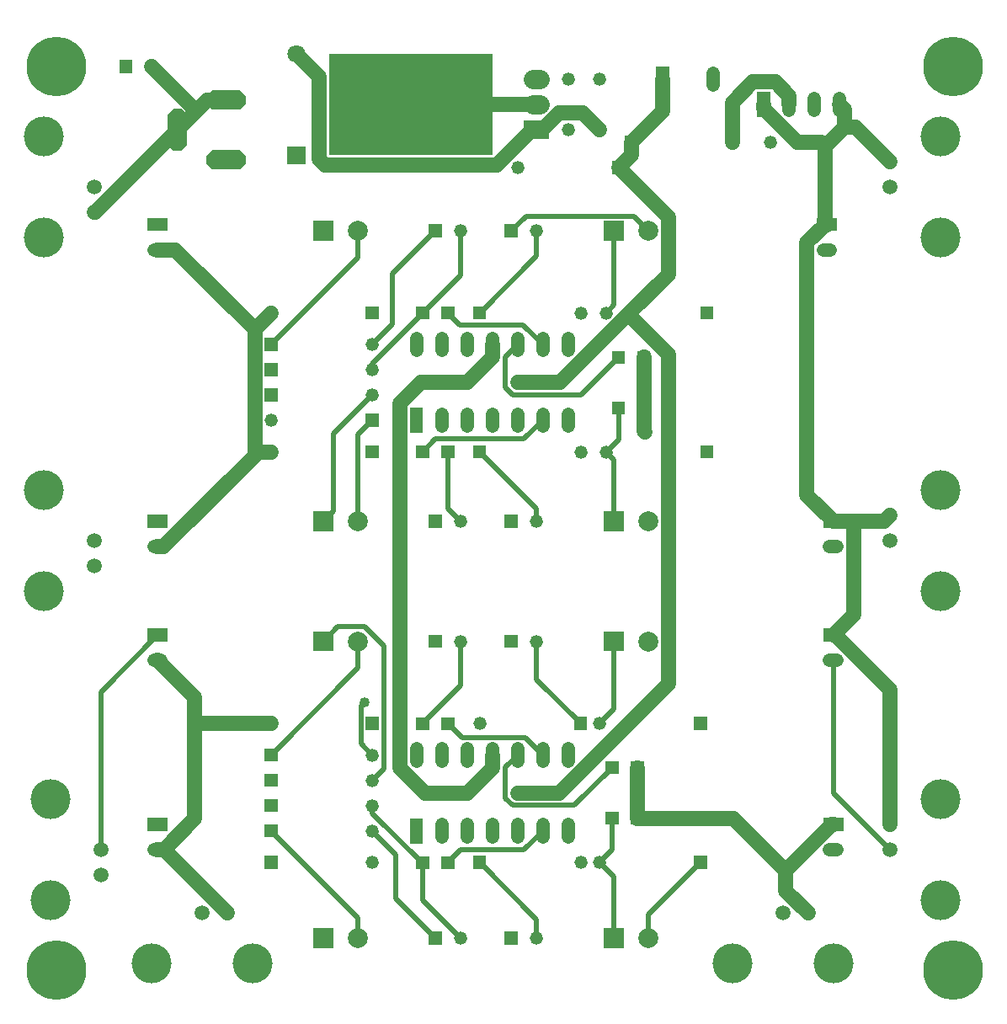
<source format=gtl>
%FSLAX24Y24*%
%MOIN*%
%ADD10C,0.0200*%
%ADD11C,0.0400*%
%ADD12C,0.0520*%
%ADD13C,0.0591*%
%ADD14C,0.0600*%
%ADD15C,0.0709*%
%ADD16C,0.0750*%
%ADD17C,0.0787*%
%ADD18C,0.1575*%
%ADD19C,0.2362*%
D10*
G01X6000Y15000D02*
X3750Y12750D01*
X3750Y12750D02*
X3750Y6500D01*
X20000Y31000D02*
X20583Y31583D01*
X20583Y31583D02*
X24855Y31583D01*
X24855Y31583D02*
X25438Y31000D01*
X18000Y31000D02*
X18000Y29250D01*
X18000Y29250D02*
X16500Y27750D01*
X16500Y27750D02*
X14500Y25750D01*
X14500Y25750D02*
X14500Y25500D01*
X21250Y7250D02*
X20513Y6513D01*
X20513Y6513D02*
X18013Y6513D01*
X18013Y6513D02*
X17500Y6000D01*
X17500Y27750D02*
X17971Y27278D01*
X17971Y27278D02*
X20471Y27278D01*
X20471Y27278D02*
X21250Y26500D01*
X12561Y14750D02*
X13146Y15335D01*
X13146Y15335D02*
X14181Y15335D01*
X14181Y15335D02*
X14951Y14565D01*
X14951Y14565D02*
X14951Y9701D01*
X14951Y9701D02*
X14500Y9250D01*
X18000Y14750D02*
X18000Y13000D01*
X18000Y13000D02*
X16500Y11500D01*
X14185Y12352D02*
X14049Y12216D01*
X14049Y12216D02*
X14049Y10700D01*
X14049Y10700D02*
X14500Y10250D01*
X17000Y31000D02*
X15299Y29299D01*
X15299Y29299D02*
X15299Y27299D01*
X15299Y27299D02*
X14500Y26500D01*
X13938Y14750D02*
X13938Y13688D01*
X13938Y13688D02*
X10500Y10250D01*
X14499Y23500D02*
X13938Y22938D01*
X13938Y22938D02*
X13938Y19500D01*
X18750Y22250D02*
X21000Y20000D01*
X21000Y20000D02*
X21000Y19500D01*
X32750Y13999D02*
X32750Y8750D01*
X32750Y8750D02*
X35000Y6500D01*
X17500Y11500D02*
X18051Y10948D01*
X18051Y10948D02*
X20551Y10948D01*
X20551Y10948D02*
X21250Y10250D01*
X10500Y7250D02*
X13938Y3811D01*
X13938Y3811D02*
X13938Y3000D01*
X23750Y22250D02*
X24061Y21938D01*
X24061Y21938D02*
X24061Y19500D01*
X24250Y24000D02*
X24250Y22750D01*
X24250Y22750D02*
X23750Y22250D01*
X23500Y6000D02*
X24061Y5438D01*
X24061Y5438D02*
X24061Y3000D01*
X24000Y7750D02*
X24000Y6500D01*
X24000Y6500D02*
X23500Y6000D01*
X20249Y26500D02*
X19756Y26006D01*
X19756Y26006D02*
X19756Y24800D01*
X19756Y24800D02*
X20049Y24507D01*
X20049Y24507D02*
X22757Y24507D01*
X22757Y24507D02*
X24250Y26000D01*
X24061Y31000D02*
X24061Y28061D01*
X24061Y28061D02*
X23750Y27750D01*
X21250Y23500D02*
X20513Y22763D01*
X20513Y22763D02*
X17013Y22763D01*
X17013Y22763D02*
X16500Y22250D01*
X27500Y6000D02*
X25438Y3938D01*
X25438Y3938D02*
X25438Y3000D01*
X16500Y6000D02*
X16500Y4500D01*
X16500Y4500D02*
X18000Y3000D01*
X14500Y8250D02*
X14500Y7950D01*
X14500Y7950D02*
X16450Y6000D01*
X16450Y6000D02*
X16500Y6000D01*
X13938Y31000D02*
X13938Y29938D01*
X13938Y29938D02*
X10500Y26500D01*
X14500Y7250D02*
X15434Y6315D01*
X15434Y6315D02*
X15434Y4565D01*
X15434Y4565D02*
X17000Y3000D01*
X18750Y6000D02*
X21000Y3750D01*
X21000Y3750D02*
X21000Y3000D01*
X21000Y31000D02*
X21000Y30000D01*
X21000Y30000D02*
X18750Y27750D01*
X21000Y14750D02*
X21000Y13250D01*
X21000Y13250D02*
X22750Y11500D01*
X12561Y19500D02*
X12964Y19903D01*
X12964Y19903D02*
X12964Y22964D01*
X12964Y22964D02*
X14500Y24500D01*
X17500Y22250D02*
X17500Y20000D01*
X17500Y20000D02*
X18000Y19500D01*
X24061Y14750D02*
X24061Y12061D01*
X24061Y12061D02*
X23500Y11500D01*
X20249Y10250D02*
X19756Y9756D01*
X19756Y9756D02*
X19756Y8550D01*
X19756Y8550D02*
X20049Y8257D01*
X20049Y8257D02*
X22507Y8257D01*
X22507Y8257D02*
X24000Y9750D01*
D11*
G01X14185Y12352D03*
X25299Y23037D03*
D12*
G01X23500Y34999D03*
X23500Y37000D03*
X22250Y37000D03*
X22250Y35000D03*
X5750Y37500D03*
X20249Y33500D03*
X28750Y34500D03*
X14500Y25500D03*
X23750Y27750D03*
X18000Y31000D03*
X21000Y31000D03*
X14500Y26500D03*
X22750Y27750D03*
X14500Y24500D03*
X23750Y22250D03*
X18000Y19500D03*
X21000Y19500D03*
X10500Y23500D03*
X22750Y22250D03*
X20250Y25000D03*
X18250Y25000D03*
X20250Y8749D03*
X18250Y8749D03*
X14500Y9250D03*
X23500Y11500D03*
X18000Y14750D03*
X21000Y14750D03*
X14500Y10250D03*
X18750Y11500D03*
X14500Y8250D03*
X14500Y7250D03*
X23500Y6000D03*
X18000Y3000D03*
X21000Y3000D03*
X22750Y6000D03*
X10500Y27750D03*
X10500Y22250D03*
X10500Y11500D03*
X14500Y6000D03*
X32250Y34500D03*
X30250Y34500D03*
X33000Y35760D02*
X33000Y36240D01*
X31000Y35760D02*
X31000Y36240D01*
X32000Y35760D02*
X32000Y36240D01*
X28000Y36759D02*
X28000Y37240D01*
X20249Y26260D02*
X20249Y26740D01*
X18249Y23260D02*
X18249Y23740D01*
X18249Y26260D02*
X18249Y26740D01*
X16249Y26260D02*
X16249Y26740D01*
X20249Y23260D02*
X20249Y23740D01*
X17250Y26260D02*
X17250Y26740D01*
X19250Y26260D02*
X19250Y26740D01*
X21250Y26260D02*
X21250Y26740D01*
X22250Y23260D02*
X22250Y23740D01*
X17250Y23260D02*
X17250Y23740D01*
X19250Y23260D02*
X19250Y23740D01*
X21250Y23260D02*
X21250Y23740D01*
X22250Y26260D02*
X22250Y26740D01*
X20249Y10010D02*
X20249Y10489D01*
X18249Y7009D02*
X18249Y7490D01*
X18249Y10010D02*
X18249Y10489D01*
X16249Y10010D02*
X16249Y10489D01*
X20249Y7009D02*
X20249Y7490D01*
X17250Y10010D02*
X17250Y10489D01*
X19250Y10010D02*
X19250Y10489D01*
X21250Y10010D02*
X21250Y10489D01*
X22250Y7009D02*
X22250Y7490D01*
X17250Y7009D02*
X17250Y7490D01*
X19250Y7009D02*
X19250Y7490D01*
X21250Y7009D02*
X21250Y7490D01*
X22250Y10010D02*
X22250Y10489D01*
X5860Y30250D02*
X6140Y30250D01*
X32360Y30250D02*
X32640Y30250D01*
X5860Y18500D02*
X6140Y18500D01*
X32610Y18500D02*
X32890Y18500D01*
X5860Y13999D02*
X6140Y13999D01*
X32610Y13999D02*
X32890Y13999D01*
X5860Y6499D02*
X6140Y6499D01*
X32610Y6499D02*
X32890Y6499D01*
D13*
G01X3500Y32750D03*
X3500Y31750D03*
X35000Y32750D03*
X35000Y33750D03*
X3500Y18750D03*
X3500Y17750D03*
X3750Y6500D03*
X3750Y5499D03*
X7750Y4000D03*
X8750Y4000D03*
X35000Y18750D03*
X35000Y19750D03*
X35000Y6500D03*
X35000Y7500D03*
X30750Y4000D03*
X31750Y4000D03*
D14*
G01X21000Y34999D02*
X20829Y35000D01*
X20829Y35000D02*
X19439Y33609D01*
X19439Y33609D02*
X12633Y33609D01*
X12633Y33609D02*
X12409Y33833D01*
X12409Y33833D02*
X12409Y37102D01*
X12409Y37102D02*
X11500Y38012D01*
X23500Y34999D02*
X22837Y35662D01*
X22837Y35662D02*
X21902Y35662D01*
X21902Y35662D02*
X21239Y35000D01*
X21239Y35000D02*
X21000Y34999D01*
X24639Y27697D02*
X21942Y25000D01*
X21942Y25000D02*
X20250Y25000D01*
X24250Y33500D02*
X26225Y31524D01*
X26225Y31524D02*
X26225Y29283D01*
X26225Y29283D02*
X24639Y27697D01*
X24639Y27697D02*
X26240Y26096D01*
X26240Y26096D02*
X26240Y13081D01*
X26240Y13081D02*
X21909Y8750D01*
X21909Y8750D02*
X20250Y8749D01*
X24750Y34500D02*
X24750Y34000D01*
X24750Y34000D02*
X24250Y33500D01*
X26000Y37000D02*
X26000Y35750D01*
X26000Y35750D02*
X24750Y34500D01*
X25299Y23037D02*
X25250Y23086D01*
X25250Y23086D02*
X25249Y24000D01*
X17000Y36000D02*
X21000Y36000D01*
X14000Y36000D02*
X17000Y36000D01*
X9849Y27099D02*
X9849Y22250D01*
X10500Y27750D02*
X9849Y27099D01*
X6000Y30249D02*
X6699Y30250D01*
X6699Y30250D02*
X9849Y27099D01*
X7472Y11500D02*
X7472Y7722D01*
X7472Y7722D02*
X6250Y6500D01*
X6000Y13999D02*
X7472Y12527D01*
X7472Y12527D02*
X7472Y11500D01*
X7472Y11500D02*
X10500Y11500D01*
X6250Y6500D02*
X6000Y6499D01*
X8750Y3999D02*
X6250Y6500D01*
X6785Y34999D02*
X3535Y31750D01*
X3535Y31750D02*
X3500Y31750D01*
X7517Y35732D02*
X6785Y34999D01*
X8714Y36181D02*
X7966Y36181D01*
X7966Y36181D02*
X7517Y35732D01*
X7517Y35732D02*
X5750Y37500D01*
X33203Y35109D02*
X32421Y34328D01*
X35000Y33750D02*
X33640Y35109D01*
X33640Y35109D02*
X33203Y35109D01*
X33000Y36000D02*
X33203Y35796D01*
X33203Y35796D02*
X33203Y35109D01*
X32421Y34328D02*
X32421Y31250D01*
X32250Y34500D02*
X32421Y34328D01*
X32421Y31250D02*
X32500Y31250D01*
X32750Y19500D02*
X31705Y20544D01*
X31705Y20544D02*
X31705Y30533D01*
X31705Y30533D02*
X32421Y31250D01*
X30000Y36000D02*
X30000Y35839D01*
X30000Y35839D02*
X31339Y34500D01*
X31339Y34500D02*
X32250Y34500D01*
X32750Y19500D02*
X33550Y19500D01*
X30875Y5686D02*
X30875Y4875D01*
X30875Y4875D02*
X31750Y3999D01*
X32750Y7499D02*
X32688Y7500D01*
X32688Y7500D02*
X30875Y5686D01*
X25000Y7750D02*
X28811Y7750D01*
X28811Y7750D02*
X30875Y5686D01*
X25000Y9750D02*
X25000Y7750D01*
X32800Y15050D02*
X32750Y15000D01*
X33550Y19500D02*
X33550Y15800D01*
X33550Y15800D02*
X32800Y15050D01*
X32800Y15050D02*
X35000Y12850D01*
X35000Y12850D02*
X35000Y7500D01*
X33550Y19500D02*
X34750Y19500D01*
X34750Y19500D02*
X35000Y19750D01*
X9849Y22250D02*
X9849Y22120D01*
X9849Y22120D02*
X6229Y18500D01*
X6229Y18500D02*
X6000Y18500D01*
X10500Y22250D02*
X9849Y22250D01*
X25249Y26000D02*
X25249Y24000D01*
X18250Y8749D02*
X19250Y9750D01*
X19250Y9750D02*
X19250Y10250D01*
X18250Y25000D02*
X16428Y25000D01*
X16428Y25000D02*
X15596Y24167D01*
X15596Y24167D02*
X15596Y9740D01*
X15596Y9740D02*
X16587Y8750D01*
X16587Y8750D02*
X18250Y8749D01*
X19250Y26500D02*
X19250Y26000D01*
X19250Y26000D02*
X18250Y25000D01*
X28750Y34500D02*
X28750Y36075D01*
X28750Y36075D02*
X29564Y36890D01*
X29564Y36890D02*
X30447Y36890D01*
X30447Y36890D02*
X31000Y36337D01*
X31000Y36337D02*
X31000Y36000D01*
D15*
G01X11500Y38012D03*
D16*
G01X21125Y37000D02*
X20875Y37000D01*
X21125Y36000D02*
X20875Y36000D01*
D17*
G01X13938Y31000D03*
X25438Y31000D03*
X13938Y19500D03*
X25438Y19500D03*
X25438Y14750D03*
X25438Y3000D03*
X13938Y3000D03*
X13938Y14750D03*
D18*
G01X1500Y34750D03*
X1500Y30750D03*
X37000Y30750D03*
X37000Y34750D03*
X1500Y20749D03*
X1500Y16750D03*
X1750Y8500D03*
X1750Y4500D03*
X5750Y2000D03*
X9750Y2000D03*
X37000Y16750D03*
X37000Y20750D03*
X37000Y4500D03*
X37000Y8500D03*
X28750Y2000D03*
X32750Y2000D03*
D19*
G01X2000Y37500D03*
X37500Y37500D03*
X2000Y1750D03*
X37500Y1750D03*
G36*
X9501Y36018D02*G01*
X9271Y35787D01*X8157Y35787D01*X7927Y36018D01*X7927Y36344D01*X8157Y36574D01*X9271Y36574D01*X9501Y36344D01*G37*
G36*
X9501Y33655D02*G01*
X9271Y33425D01*X8157Y33425D01*X7927Y33655D01*X7927Y33981D01*X8157Y34212D01*X9271Y34212D01*X9501Y33981D01*G37*
G36*
X7179Y34403D02*G01*
X6948Y34173D01*X6622Y34173D01*X6391Y34403D01*X6391Y35596D01*X6622Y35826D01*X6948Y35826D01*X7179Y35596D01*G37*
G36*
X11145Y34341D02*G01*
X11145Y33633D01*X11854Y33633D01*X11854Y34341D01*G37*
G36*
X14750Y37999D02*G01*
X14750Y34000D01*X19250Y34000D01*X19250Y37999D01*G37*
G36*
X12800Y37999D02*G01*
X12800Y34000D01*X15200Y34000D01*X15200Y37999D01*G37*
G36*
X20500Y35375D02*G01*
X20500Y34625D01*X21500Y34625D01*X21500Y35375D01*G37*
G36*
X5010Y37760D02*G01*
X4490Y37760D01*X4490Y37240D01*X5010Y37240D01*G37*
G36*
X23989Y33240D02*G01*
X24509Y33240D01*X24509Y33760D01*X23989Y33760D01*G37*
G36*
X30260Y36499D02*G01*
X29740Y36499D01*X29740Y35499D01*X30260Y35499D01*G37*
G36*
X25010Y34760D02*G01*
X24490Y34760D01*X24490Y34240D01*X25010Y34240D01*G37*
G36*
X26260Y37500D02*G01*
X25740Y37500D01*X25740Y36499D01*X26260Y36499D01*G37*
G36*
X16509Y24000D02*G01*
X15989Y24000D01*X15989Y23000D01*X16509Y23000D01*G37*
G36*
X16509Y7750D02*G01*
X15989Y7750D01*X15989Y6749D01*X16509Y6749D01*G37*
G36*
X17240Y27500D02*G01*
X17760Y27500D01*X17760Y28000D01*X17240Y28000D01*G37*
G36*
X16240Y27500D02*G01*
X16760Y27500D01*X16760Y28000D01*X16240Y28000D01*G37*
G36*
X24510Y26250D02*G01*
X23989Y26250D01*X23989Y25749D01*X24510Y25749D01*G37*
G36*
X25510Y26250D02*G01*
X24990Y26250D01*X24990Y25749D01*X25510Y25749D01*G37*
G36*
X10760Y25760D02*G01*
X10240Y25760D01*X10240Y25240D01*X10760Y25240D01*G37*
G36*
X27490Y27490D02*G01*
X28010Y27490D01*X28010Y28010D01*X27490Y28010D01*G37*
G36*
X17260Y31259D02*G01*
X16740Y31259D01*X16740Y30739D01*X17260Y30739D01*G37*
G36*
X20259Y31259D02*G01*
X19739Y31259D01*X19739Y30739D01*X20259Y30739D01*G37*
G36*
X10760Y26760D02*G01*
X10240Y26760D01*X10240Y26240D01*X10760Y26240D01*G37*
G36*
X19010Y28010D02*G01*
X18490Y28010D01*X18490Y27490D01*X19010Y27490D01*G37*
G36*
X10760Y24760D02*G01*
X10240Y24760D01*X10240Y24240D01*X10760Y24240D01*G37*
G36*
X27490Y21989D02*G01*
X28010Y21989D01*X28010Y22509D01*X27490Y22509D01*G37*
G36*
X17260Y19760D02*G01*
X16740Y19760D01*X16740Y19240D01*X17260Y19240D01*G37*
G36*
X20259Y19760D02*G01*
X19739Y19760D01*X19739Y19240D01*X20259Y19240D01*G37*
G36*
X14239Y23239D02*G01*
X14760Y23239D01*X14760Y23759D01*X14239Y23759D01*G37*
G36*
X19010Y22510D02*G01*
X18490Y22510D01*X18490Y21990D01*X19010Y21990D01*G37*
G36*
X16760Y22500D02*G01*
X16240Y22500D01*X16240Y21999D01*X16760Y21999D01*G37*
G36*
X17760Y22500D02*G01*
X17240Y22500D01*X17240Y21999D01*X17760Y21999D01*G37*
G36*
X24510Y24250D02*G01*
X23989Y24250D01*X23989Y23750D01*X24510Y23750D01*G37*
G36*
X25510Y24250D02*G01*
X24990Y24250D01*X24990Y23750D01*X25510Y23750D01*G37*
G36*
X10760Y9510D02*G01*
X10240Y9510D01*X10240Y8990D01*X10760Y8990D01*G37*
G36*
X27239Y11240D02*G01*
X27759Y11240D01*X27759Y11760D01*X27239Y11760D01*G37*
G36*
X17260Y15010D02*G01*
X16740Y15010D01*X16740Y14490D01*X17260Y14490D01*G37*
G36*
X20259Y15010D02*G01*
X19739Y15010D01*X19739Y14490D01*X20259Y14490D01*G37*
G36*
X10760Y10510D02*G01*
X10240Y10510D01*X10240Y9990D01*X10760Y9990D01*G37*
G36*
X22490Y11240D02*G01*
X23010Y11240D01*X23010Y11760D01*X22490Y11760D01*G37*
G36*
X17240Y11250D02*G01*
X17760Y11250D01*X17760Y11750D01*X17240Y11750D01*G37*
G36*
X16240Y11250D02*G01*
X16760Y11250D01*X16760Y11750D01*X16240Y11750D01*G37*
G36*
X24260Y10000D02*G01*
X23740Y10000D01*X23740Y9500D01*X24260Y9500D01*G37*
G36*
X25260Y10000D02*G01*
X24740Y10000D01*X24740Y9500D01*X25260Y9500D01*G37*
G36*
X10760Y8510D02*G01*
X10240Y8510D01*X10240Y7990D01*X10760Y7990D01*G37*
G36*
X10760Y7510D02*G01*
X10240Y7510D01*X10240Y6990D01*X10760Y6990D01*G37*
G36*
X27239Y5740D02*G01*
X27759Y5740D01*X27759Y6260D01*X27239Y6260D01*G37*
G36*
X17260Y3260D02*G01*
X16740Y3260D01*X16740Y2740D01*X17260Y2740D01*G37*
G36*
X20259Y3260D02*G01*
X19739Y3260D01*X19739Y2740D01*X20259Y2740D01*G37*
G36*
X19010Y6260D02*G01*
X18490Y6260D01*X18490Y5740D01*X19010Y5740D01*G37*
G36*
X24260Y8000D02*G01*
X23740Y8000D01*X23740Y7500D01*X24260Y7500D01*G37*
G36*
X25260Y8000D02*G01*
X24740Y8000D01*X24740Y7500D01*X25260Y7500D01*G37*
G36*
X17240Y5750D02*G01*
X17760Y5750D01*X17760Y6250D01*X17240Y6250D01*G37*
G36*
X16240Y5750D02*G01*
X16760Y5750D01*X16760Y6250D01*X16240Y6250D01*G37*
G36*
X14239Y27490D02*G01*
X14760Y27490D01*X14760Y28010D01*X14239Y28010D01*G37*
G36*
X14239Y21989D02*G01*
X14760Y21989D01*X14760Y22509D01*X14239Y22509D01*G37*
G36*
X14239Y11240D02*G01*
X14760Y11240D01*X14760Y11760D01*X14239Y11760D01*G37*
G36*
X10760Y6260D02*G01*
X10240Y6260D01*X10240Y5740D01*X10760Y5740D01*G37*
G36*
X12954Y31393D02*G01*
X12167Y31393D01*X12167Y30606D01*X12954Y30606D01*G37*
G36*
X24454Y31393D02*G01*
X23667Y31393D01*X23667Y30606D01*X24454Y30606D01*G37*
G36*
X12954Y19893D02*G01*
X12167Y19893D01*X12167Y19106D01*X12954Y19106D01*G37*
G36*
X24454Y19893D02*G01*
X23667Y19893D01*X23667Y19106D01*X24454Y19106D01*G37*
G36*
X24454Y15143D02*G01*
X23667Y15143D01*X23667Y14356D01*X24454Y14356D01*G37*
G36*
X24454Y3393D02*G01*
X23667Y3393D01*X23667Y2606D01*X24454Y2606D01*G37*
G36*
X12954Y3393D02*G01*
X12167Y3393D01*X12167Y2606D01*X12954Y2606D01*G37*
G36*
X12954Y15143D02*G01*
X12167Y15143D01*X12167Y14356D01*X12954Y14356D01*G37*
G36*
X6400Y30990D02*G01*
X6400Y31510D01*X5600Y31510D01*X5600Y30990D01*G37*
G36*
X32900Y30990D02*G01*
X32900Y31510D01*X32100Y31510D01*X32100Y30990D01*G37*
G36*
X6400Y19240D02*G01*
X6400Y19760D01*X5600Y19760D01*X5600Y19240D01*G37*
G36*
X33150Y19240D02*G01*
X33150Y19760D01*X32350Y19760D01*X32350Y19240D01*G37*
G36*
X6400Y14739D02*G01*
X6400Y15259D01*X5600Y15259D01*X5600Y14739D01*G37*
G36*
X33150Y14739D02*G01*
X33150Y15259D01*X32350Y15259D01*X32350Y14739D01*G37*
G36*
X6400Y7239D02*G01*
X6400Y7759D01*X5600Y7759D01*X5600Y7239D01*G37*
G36*
X33150Y7239D02*G01*
X33150Y7759D01*X32350Y7759D01*X32350Y7239D01*G37*
M02*

</source>
